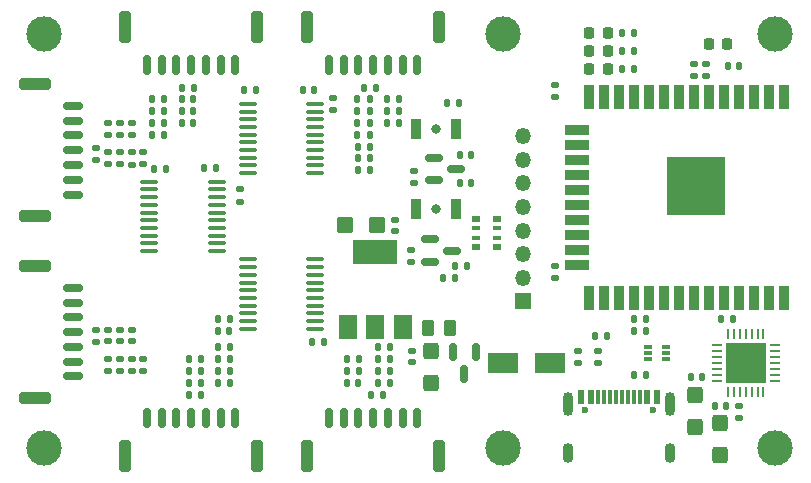
<source format=gts>
G04 #@! TF.GenerationSoftware,KiCad,Pcbnew,(6.0.6)*
G04 #@! TF.CreationDate,2022-07-05T19:51:37+02:00*
G04 #@! TF.ProjectId,esp32-spi-hub,65737033-322d-4737-9069-2d6875622e6b,rev?*
G04 #@! TF.SameCoordinates,Original*
G04 #@! TF.FileFunction,Soldermask,Top*
G04 #@! TF.FilePolarity,Negative*
%FSLAX46Y46*%
G04 Gerber Fmt 4.6, Leading zero omitted, Abs format (unit mm)*
G04 Created by KiCad (PCBNEW (6.0.6)) date 2022-07-05 19:51:37*
%MOMM*%
%LPD*%
G01*
G04 APERTURE LIST*
G04 Aperture macros list*
%AMRoundRect*
0 Rectangle with rounded corners*
0 $1 Rounding radius*
0 $2 $3 $4 $5 $6 $7 $8 $9 X,Y pos of 4 corners*
0 Add a 4 corners polygon primitive as box body*
4,1,4,$2,$3,$4,$5,$6,$7,$8,$9,$2,$3,0*
0 Add four circle primitives for the rounded corners*
1,1,$1+$1,$2,$3*
1,1,$1+$1,$4,$5*
1,1,$1+$1,$6,$7*
1,1,$1+$1,$8,$9*
0 Add four rect primitives between the rounded corners*
20,1,$1+$1,$2,$3,$4,$5,0*
20,1,$1+$1,$4,$5,$6,$7,0*
20,1,$1+$1,$6,$7,$8,$9,0*
20,1,$1+$1,$8,$9,$2,$3,0*%
G04 Aperture macros list end*
%ADD10RoundRect,0.140000X0.140000X0.170000X-0.140000X0.170000X-0.140000X-0.170000X0.140000X-0.170000X0*%
%ADD11RoundRect,0.140000X-0.140000X-0.170000X0.140000X-0.170000X0.140000X0.170000X-0.140000X0.170000X0*%
%ADD12RoundRect,0.135000X-0.135000X-0.185000X0.135000X-0.185000X0.135000X0.185000X-0.135000X0.185000X0*%
%ADD13RoundRect,0.140000X-0.170000X0.140000X-0.170000X-0.140000X0.170000X-0.140000X0.170000X0.140000X0*%
%ADD14C,3.000000*%
%ADD15RoundRect,0.140000X0.170000X-0.140000X0.170000X0.140000X-0.170000X0.140000X-0.170000X-0.140000X0*%
%ADD16RoundRect,0.135000X0.185000X-0.135000X0.185000X0.135000X-0.185000X0.135000X-0.185000X-0.135000X0*%
%ADD17RoundRect,0.218750X0.218750X0.256250X-0.218750X0.256250X-0.218750X-0.256250X0.218750X-0.256250X0*%
%ADD18RoundRect,0.135000X-0.185000X0.135000X-0.185000X-0.135000X0.185000X-0.135000X0.185000X0.135000X0*%
%ADD19RoundRect,0.062500X-0.337500X-0.062500X0.337500X-0.062500X0.337500X0.062500X-0.337500X0.062500X0*%
%ADD20RoundRect,0.062500X-0.062500X-0.337500X0.062500X-0.337500X0.062500X0.337500X-0.062500X0.337500X0*%
%ADD21R,3.350000X3.350000*%
%ADD22RoundRect,0.135000X0.135000X0.185000X-0.135000X0.185000X-0.135000X-0.185000X0.135000X-0.185000X0*%
%ADD23R,0.700000X0.340000*%
%ADD24C,0.600000*%
%ADD25R,0.600000X1.160000*%
%ADD26R,0.300000X1.160000*%
%ADD27O,0.900000X2.000000*%
%ADD28O,0.900000X1.700000*%
%ADD29RoundRect,0.225000X0.225000X0.250000X-0.225000X0.250000X-0.225000X-0.250000X0.225000X-0.250000X0*%
%ADD30C,0.800000*%
%ADD31R,0.900000X1.700000*%
%ADD32RoundRect,0.150000X0.150000X0.700000X-0.150000X0.700000X-0.150000X-0.700000X0.150000X-0.700000X0*%
%ADD33RoundRect,0.250000X0.250000X1.100000X-0.250000X1.100000X-0.250000X-1.100000X0.250000X-1.100000X0*%
%ADD34RoundRect,0.250000X0.450000X0.425000X-0.450000X0.425000X-0.450000X-0.425000X0.450000X-0.425000X0*%
%ADD35RoundRect,0.150000X-0.150000X-0.700000X0.150000X-0.700000X0.150000X0.700000X-0.150000X0.700000X0*%
%ADD36RoundRect,0.250000X-0.250000X-1.100000X0.250000X-1.100000X0.250000X1.100000X-0.250000X1.100000X0*%
%ADD37R,0.800000X0.500000*%
%ADD38R,0.800000X0.400000*%
%ADD39RoundRect,0.250000X0.262500X0.450000X-0.262500X0.450000X-0.262500X-0.450000X0.262500X-0.450000X0*%
%ADD40R,0.900000X2.000000*%
%ADD41R,2.000000X0.900000*%
%ADD42R,5.000000X5.000000*%
%ADD43RoundRect,0.150000X-0.150000X0.587500X-0.150000X-0.587500X0.150000X-0.587500X0.150000X0.587500X0*%
%ADD44RoundRect,0.150000X-0.700000X0.150000X-0.700000X-0.150000X0.700000X-0.150000X0.700000X0.150000X0*%
%ADD45RoundRect,0.250000X-1.100000X0.250000X-1.100000X-0.250000X1.100000X-0.250000X1.100000X0.250000X0*%
%ADD46RoundRect,0.250000X-0.425000X0.450000X-0.425000X-0.450000X0.425000X-0.450000X0.425000X0.450000X0*%
%ADD47R,2.500000X1.800000*%
%ADD48RoundRect,0.150000X-0.587500X-0.150000X0.587500X-0.150000X0.587500X0.150000X-0.587500X0.150000X0*%
%ADD49RoundRect,0.100000X-0.637500X-0.100000X0.637500X-0.100000X0.637500X0.100000X-0.637500X0.100000X0*%
%ADD50R,1.500000X2.000000*%
%ADD51R,3.800000X2.000000*%
%ADD52RoundRect,0.100000X0.637500X0.100000X-0.637500X0.100000X-0.637500X-0.100000X0.637500X-0.100000X0*%
%ADD53R,1.350000X1.350000*%
%ADD54O,1.350000X1.350000*%
G04 APERTURE END LIST*
D10*
G04 #@! TO.C,C10*
X182420000Y-141240000D03*
X181460000Y-141240000D03*
G04 #@! TD*
D11*
G04 #@! TO.C,C34*
X136320000Y-116300000D03*
X137280000Y-116300000D03*
G04 #@! TD*
D12*
G04 #@! TO.C,R28*
X139352500Y-133875000D03*
X140372500Y-133875000D03*
G04 #@! TD*
D13*
G04 #@! TO.C,C1*
X155800000Y-136570000D03*
X155800000Y-137530000D03*
G04 #@! TD*
D14*
G04 #@! TO.C,H6*
X124600000Y-144800000D03*
G04 #@! TD*
D15*
G04 #@! TO.C,C28*
X132050000Y-135780000D03*
X132050000Y-134820000D03*
G04 #@! TD*
D16*
G04 #@! TO.C,R44*
X132050000Y-138310000D03*
X132050000Y-137290000D03*
G04 #@! TD*
G04 #@! TO.C,R40*
X141200000Y-123945000D03*
X141200000Y-122925000D03*
G04 #@! TD*
D15*
G04 #@! TO.C,C26*
X130050000Y-135780000D03*
X130050000Y-134820000D03*
G04 #@! TD*
D16*
G04 #@! TO.C,R1*
X183440000Y-142250000D03*
X183440000Y-141230000D03*
G04 #@! TD*
D14*
G04 #@! TO.C,H3*
X186500000Y-109800000D03*
G04 #@! TD*
D10*
G04 #@! TO.C,C15*
X140342500Y-134875000D03*
X139382500Y-134875000D03*
G04 #@! TD*
D12*
G04 #@! TO.C,R48*
X151180000Y-116300000D03*
X152200000Y-116300000D03*
G04 #@! TD*
D17*
G04 #@! TO.C,D2*
X172387500Y-112700000D03*
X170812500Y-112700000D03*
G04 #@! TD*
D11*
G04 #@! TO.C,C33*
X136320000Y-115300000D03*
X137280000Y-115300000D03*
G04 #@! TD*
D14*
G04 #@! TO.C,H1*
X124600000Y-109800000D03*
G04 #@! TD*
D12*
G04 #@! TO.C,R55*
X133790000Y-116300000D03*
X134810000Y-116300000D03*
G04 #@! TD*
D18*
G04 #@! TO.C,R34*
X129050000Y-119390000D03*
X129050000Y-120410000D03*
G04 #@! TD*
D16*
G04 #@! TO.C,R36*
X131050000Y-120800000D03*
X131050000Y-119780000D03*
G04 #@! TD*
D18*
G04 #@! TO.C,R7*
X167935000Y-129390000D03*
X167935000Y-130410000D03*
G04 #@! TD*
G04 #@! TO.C,R52*
X149100000Y-115190000D03*
X149100000Y-116210000D03*
G04 #@! TD*
D12*
G04 #@! TO.C,R18*
X173590000Y-112700000D03*
X174610000Y-112700000D03*
G04 #@! TD*
D19*
G04 #@! TO.C,U2*
X181600000Y-136100000D03*
X181600000Y-136600000D03*
X181600000Y-137100000D03*
X181600000Y-137600000D03*
X181600000Y-138100000D03*
X181600000Y-138600000D03*
X181600000Y-139100000D03*
D20*
X182550000Y-140050000D03*
X183050000Y-140050000D03*
X183550000Y-140050000D03*
X184050000Y-140050000D03*
X184550000Y-140050000D03*
X185050000Y-140050000D03*
X185550000Y-140050000D03*
D19*
X186500000Y-139100000D03*
X186500000Y-138600000D03*
X186500000Y-138100000D03*
X186500000Y-137600000D03*
X186500000Y-137100000D03*
X186500000Y-136600000D03*
X186500000Y-136100000D03*
D20*
X185550000Y-135150000D03*
X185050000Y-135150000D03*
X184550000Y-135150000D03*
X184050000Y-135150000D03*
X183550000Y-135150000D03*
X183050000Y-135150000D03*
X182550000Y-135150000D03*
D21*
X184050000Y-137600000D03*
G04 #@! TD*
D16*
G04 #@! TO.C,R15*
X171510000Y-137600000D03*
X171510000Y-136580000D03*
G04 #@! TD*
D22*
G04 #@! TO.C,R33*
X153910000Y-136300000D03*
X152890000Y-136300000D03*
G04 #@! TD*
D11*
G04 #@! TO.C,C13*
X159820000Y-120000000D03*
X160780000Y-120000000D03*
G04 #@! TD*
D12*
G04 #@! TO.C,R49*
X151180000Y-117300000D03*
X152200000Y-117300000D03*
G04 #@! TD*
D23*
G04 #@! TO.C,U4*
X177300000Y-137300000D03*
X177300000Y-136800000D03*
X177300000Y-136300000D03*
X175800000Y-136300000D03*
X175800000Y-136800000D03*
X175800000Y-137300000D03*
G04 #@! TD*
D15*
G04 #@! TO.C,C9*
X179700000Y-113290000D03*
X179700000Y-112330000D03*
G04 #@! TD*
D22*
G04 #@! TO.C,R26*
X140410000Y-136300000D03*
X139390000Y-136300000D03*
G04 #@! TD*
D24*
G04 #@! TO.C,P1*
X170420000Y-141560000D03*
X176200000Y-141560000D03*
D25*
X170110000Y-140500000D03*
X170910000Y-140500000D03*
D26*
X172060000Y-140500000D03*
X173060000Y-140500000D03*
X173560000Y-140500000D03*
X174560000Y-140500000D03*
D25*
X175710000Y-140500000D03*
X176510000Y-140500000D03*
X176510000Y-140500000D03*
X175710000Y-140500000D03*
D26*
X175060000Y-140500000D03*
X174060000Y-140500000D03*
X172560000Y-140500000D03*
X171560000Y-140500000D03*
D25*
X170910000Y-140500000D03*
X170110000Y-140500000D03*
D27*
X177630000Y-141080000D03*
D28*
X177630000Y-145250000D03*
D27*
X168990000Y-141080000D03*
D28*
X168990000Y-145250000D03*
G04 #@! TD*
D22*
G04 #@! TO.C,R29*
X148310000Y-135800000D03*
X147290000Y-135800000D03*
G04 #@! TD*
D15*
G04 #@! TO.C,C12*
X169810000Y-137580000D03*
X169810000Y-136620000D03*
G04 #@! TD*
D16*
G04 #@! TO.C,R35*
X130050000Y-120800000D03*
X130050000Y-119780000D03*
G04 #@! TD*
D29*
G04 #@! TO.C,C6*
X182475000Y-110600000D03*
X180925000Y-110600000D03*
G04 #@! TD*
D30*
G04 #@! TO.C,SW2*
X157800000Y-124600000D03*
D31*
X156100000Y-124600000D03*
X159500000Y-124600000D03*
G04 #@! TD*
D16*
G04 #@! TO.C,R45*
X133050000Y-138310000D03*
X133050000Y-137290000D03*
G04 #@! TD*
D18*
G04 #@! TO.C,R3*
X180700000Y-112280000D03*
X180700000Y-113300000D03*
G04 #@! TD*
D32*
G04 #@! TO.C,J7*
X140850000Y-112350000D03*
X139600000Y-112350000D03*
X138350000Y-112350000D03*
X137100000Y-112350000D03*
X135850000Y-112350000D03*
X134600000Y-112350000D03*
X133350000Y-112350000D03*
D33*
X142700000Y-109150000D03*
X131500000Y-109150000D03*
G04 #@! TD*
D34*
G04 #@! TO.C,C4*
X152840000Y-125900000D03*
X150140000Y-125900000D03*
G04 #@! TD*
D16*
G04 #@! TO.C,R8*
X167900000Y-115100000D03*
X167900000Y-114080000D03*
G04 #@! TD*
D22*
G04 #@! TO.C,R10*
X152210000Y-120300000D03*
X151190000Y-120300000D03*
G04 #@! TD*
D35*
G04 #@! TO.C,J2*
X133350000Y-142250000D03*
X134600000Y-142250000D03*
X135850000Y-142250000D03*
X137100000Y-142250000D03*
X138350000Y-142250000D03*
X139600000Y-142250000D03*
X140850000Y-142250000D03*
D36*
X142700000Y-145450000D03*
X131500000Y-145450000D03*
G04 #@! TD*
D16*
G04 #@! TO.C,R43*
X131050000Y-138310000D03*
X131050000Y-137290000D03*
G04 #@! TD*
D18*
G04 #@! TO.C,R5*
X155740000Y-128030000D03*
X155740000Y-129050000D03*
G04 #@! TD*
D10*
G04 #@! TO.C,C21*
X151270000Y-137300000D03*
X150310000Y-137300000D03*
G04 #@! TD*
D12*
G04 #@! TO.C,R57*
X133790000Y-118300000D03*
X134810000Y-118300000D03*
G04 #@! TD*
D15*
G04 #@! TO.C,C23*
X130050000Y-118270000D03*
X130050000Y-117310000D03*
G04 #@! TD*
D22*
G04 #@! TO.C,R30*
X153910000Y-139300000D03*
X152890000Y-139300000D03*
G04 #@! TD*
D32*
G04 #@! TO.C,J6*
X156250000Y-112350000D03*
X155000000Y-112350000D03*
X153750000Y-112350000D03*
X152500000Y-112350000D03*
X151250000Y-112350000D03*
X150000000Y-112350000D03*
X148750000Y-112350000D03*
D33*
X146900000Y-109150000D03*
X158100000Y-109150000D03*
G04 #@! TD*
D30*
G04 #@! TO.C,SW1*
X157800000Y-117800000D03*
D31*
X156100000Y-117800000D03*
X159500000Y-117800000D03*
G04 #@! TD*
D11*
G04 #@! TO.C,C32*
X153700000Y-117300000D03*
X154660000Y-117300000D03*
G04 #@! TD*
D22*
G04 #@! TO.C,R21*
X160450000Y-129400000D03*
X159430000Y-129400000D03*
G04 #@! TD*
G04 #@! TO.C,R32*
X153910000Y-137300000D03*
X152890000Y-137300000D03*
G04 #@! TD*
D37*
G04 #@! TO.C,RN1*
X163000000Y-127800000D03*
D38*
X163000000Y-127000000D03*
X163000000Y-126200000D03*
D37*
X163000000Y-125400000D03*
X161200000Y-125400000D03*
D38*
X161200000Y-126200000D03*
X161200000Y-127000000D03*
D37*
X161200000Y-127800000D03*
G04 #@! TD*
D22*
G04 #@! TO.C,R51*
X137310000Y-114300000D03*
X136290000Y-114300000D03*
G04 #@! TD*
D39*
G04 #@! TO.C,FB1*
X159000000Y-134650000D03*
X157175000Y-134650000D03*
G04 #@! TD*
D16*
G04 #@! TO.C,R4*
X156000000Y-122410000D03*
X156000000Y-121390000D03*
G04 #@! TD*
D40*
G04 #@! TO.C,U3*
X187300000Y-115100000D03*
X186030000Y-115100000D03*
X184760000Y-115100000D03*
X183490000Y-115100000D03*
X182220000Y-115100000D03*
X180950000Y-115100000D03*
X179680000Y-115100000D03*
X178410000Y-115100000D03*
X177140000Y-115100000D03*
X175870000Y-115100000D03*
X174600000Y-115100000D03*
X173330000Y-115100000D03*
X172060000Y-115100000D03*
X170790000Y-115100000D03*
D41*
X169790000Y-117885000D03*
X169790000Y-119155000D03*
X169790000Y-120425000D03*
X169790000Y-121695000D03*
X169790000Y-122965000D03*
X169790000Y-124235000D03*
X169790000Y-125505000D03*
X169790000Y-126775000D03*
X169790000Y-128045000D03*
X169790000Y-129315000D03*
D40*
X170790000Y-132100000D03*
X172060000Y-132100000D03*
X173330000Y-132100000D03*
X174600000Y-132100000D03*
X175870000Y-132100000D03*
X177140000Y-132100000D03*
X178410000Y-132100000D03*
X179680000Y-132100000D03*
X180950000Y-132100000D03*
X182220000Y-132100000D03*
X183490000Y-132100000D03*
X184760000Y-132100000D03*
X186030000Y-132100000D03*
X187300000Y-132100000D03*
D42*
X179800000Y-122600000D03*
G04 #@! TD*
D12*
G04 #@! TO.C,R50*
X151180000Y-118300000D03*
X152200000Y-118300000D03*
G04 #@! TD*
D22*
G04 #@! TO.C,R16*
X175600000Y-138600000D03*
X174580000Y-138600000D03*
G04 #@! TD*
D10*
G04 #@! TO.C,C7*
X180340000Y-138790000D03*
X179380000Y-138790000D03*
G04 #@! TD*
D43*
G04 #@! TO.C,Q1*
X161190000Y-136662500D03*
X159290000Y-136662500D03*
X160240000Y-138537500D03*
G04 #@! TD*
D16*
G04 #@! TO.C,R38*
X133050000Y-120800000D03*
X133050000Y-119780000D03*
G04 #@! TD*
D10*
G04 #@! TO.C,C17*
X137900000Y-138300000D03*
X136940000Y-138300000D03*
G04 #@! TD*
D14*
G04 #@! TO.C,H4*
X186500000Y-144800000D03*
G04 #@! TD*
D10*
G04 #@! TO.C,C19*
X151250000Y-139300000D03*
X150290000Y-139300000D03*
G04 #@! TD*
D15*
G04 #@! TO.C,C27*
X131050000Y-135780000D03*
X131050000Y-134820000D03*
G04 #@! TD*
D11*
G04 #@! TO.C,C30*
X153700000Y-115300000D03*
X154660000Y-115300000D03*
G04 #@! TD*
D13*
G04 #@! TO.C,C3*
X154390000Y-125470000D03*
X154390000Y-126430000D03*
G04 #@! TD*
D16*
G04 #@! TO.C,R37*
X132050000Y-120810000D03*
X132050000Y-119790000D03*
G04 #@! TD*
D44*
G04 #@! TO.C,J4*
X127100000Y-115850000D03*
X127100000Y-117100000D03*
X127100000Y-118350000D03*
X127100000Y-119600000D03*
X127100000Y-120850000D03*
X127100000Y-122100000D03*
X127100000Y-123350000D03*
D45*
X123900000Y-125200000D03*
X123900000Y-114000000D03*
G04 #@! TD*
D12*
G04 #@! TO.C,R47*
X151180000Y-115300000D03*
X152200000Y-115300000D03*
G04 #@! TD*
D46*
G04 #@! TO.C,C8*
X179740000Y-140340000D03*
X179740000Y-143040000D03*
G04 #@! TD*
D12*
G04 #@! TO.C,R54*
X133790000Y-115300000D03*
X134810000Y-115300000D03*
G04 #@! TD*
G04 #@! TO.C,R20*
X173590000Y-109700000D03*
X174610000Y-109700000D03*
G04 #@! TD*
D10*
G04 #@! TO.C,C20*
X151270000Y-138300000D03*
X150310000Y-138300000D03*
G04 #@! TD*
D46*
G04 #@! TO.C,C2*
X157440000Y-136600000D03*
X157440000Y-139300000D03*
G04 #@! TD*
D10*
G04 #@! TO.C,C22*
X139180000Y-121100000D03*
X138220000Y-121100000D03*
G04 #@! TD*
D44*
G04 #@! TO.C,J5*
X127100000Y-131250000D03*
X127100000Y-132500000D03*
X127100000Y-133750000D03*
X127100000Y-135000000D03*
X127100000Y-136250000D03*
X127100000Y-137500000D03*
X127100000Y-138750000D03*
D45*
X123900000Y-140600000D03*
X123900000Y-129400000D03*
G04 #@! TD*
D15*
G04 #@! TO.C,C25*
X132050000Y-118290000D03*
X132050000Y-117330000D03*
G04 #@! TD*
G04 #@! TO.C,C24*
X131050000Y-118270000D03*
X131050000Y-117310000D03*
G04 #@! TD*
D14*
G04 #@! TO.C,H2*
X163500000Y-109800000D03*
G04 #@! TD*
D35*
G04 #@! TO.C,J3*
X148750000Y-142250000D03*
X150000000Y-142250000D03*
X151250000Y-142250000D03*
X152500000Y-142250000D03*
X153750000Y-142250000D03*
X155000000Y-142250000D03*
X156250000Y-142250000D03*
D36*
X146900000Y-145450000D03*
X158100000Y-145450000D03*
G04 #@! TD*
D11*
G04 #@! TO.C,C14*
X159820000Y-122400000D03*
X160780000Y-122400000D03*
G04 #@! TD*
D22*
G04 #@! TO.C,R14*
X172310000Y-135300000D03*
X171290000Y-135300000D03*
G04 #@! TD*
D12*
G04 #@! TO.C,R56*
X133790000Y-117300000D03*
X134810000Y-117300000D03*
G04 #@! TD*
D17*
G04 #@! TO.C,D3*
X172387500Y-111200000D03*
X170812500Y-111200000D03*
G04 #@! TD*
D22*
G04 #@! TO.C,R17*
X159810000Y-115600000D03*
X158790000Y-115600000D03*
G04 #@! TD*
D47*
G04 #@! TO.C,D1*
X163510000Y-137610000D03*
X167510000Y-137610000D03*
G04 #@! TD*
D48*
G04 #@! TO.C,Q2*
X157625000Y-120250000D03*
X157625000Y-122150000D03*
X159500000Y-121200000D03*
G04 #@! TD*
D49*
G04 #@! TO.C,U6*
X133537500Y-122275000D03*
X133537500Y-122925000D03*
X133537500Y-123575000D03*
X133537500Y-124225000D03*
X133537500Y-124875000D03*
X133537500Y-125525000D03*
X133537500Y-126175000D03*
X133537500Y-126825000D03*
X133537500Y-127475000D03*
X133537500Y-128125000D03*
X139262500Y-128125000D03*
X139262500Y-127475000D03*
X139262500Y-126825000D03*
X139262500Y-126175000D03*
X139262500Y-125525000D03*
X139262500Y-124875000D03*
X139262500Y-124225000D03*
X139262500Y-123575000D03*
X139262500Y-122925000D03*
X139262500Y-122275000D03*
G04 #@! TD*
D22*
G04 #@! TO.C,R12*
X175645000Y-133900000D03*
X174625000Y-133900000D03*
G04 #@! TD*
G04 #@! TO.C,R11*
X152210000Y-119300000D03*
X151190000Y-119300000D03*
G04 #@! TD*
D12*
G04 #@! TO.C,R19*
X173590000Y-111200000D03*
X174610000Y-111200000D03*
G04 #@! TD*
D11*
G04 #@! TO.C,C35*
X136320000Y-117300000D03*
X137280000Y-117300000D03*
G04 #@! TD*
D10*
G04 #@! TO.C,C29*
X147500000Y-114500000D03*
X146540000Y-114500000D03*
G04 #@! TD*
D22*
G04 #@! TO.C,R2*
X182945000Y-133900000D03*
X181925000Y-133900000D03*
G04 #@! TD*
D11*
G04 #@! TO.C,C31*
X153700000Y-116300000D03*
X154660000Y-116300000D03*
G04 #@! TD*
D16*
G04 #@! TO.C,R42*
X130050000Y-138310000D03*
X130050000Y-137290000D03*
G04 #@! TD*
D22*
G04 #@! TO.C,R25*
X140410000Y-137300000D03*
X139390000Y-137300000D03*
G04 #@! TD*
D50*
G04 #@! TO.C,U1*
X150400000Y-134550000D03*
X152700000Y-134550000D03*
D51*
X152700000Y-128250000D03*
D50*
X155000000Y-134550000D03*
G04 #@! TD*
D10*
G04 #@! TO.C,C16*
X137900000Y-139300000D03*
X136940000Y-139300000D03*
G04 #@! TD*
D22*
G04 #@! TO.C,R23*
X140410000Y-139300000D03*
X139390000Y-139300000D03*
G04 #@! TD*
G04 #@! TO.C,R46*
X152730000Y-114300000D03*
X151710000Y-114300000D03*
G04 #@! TD*
D10*
G04 #@! TO.C,C18*
X137900000Y-137300000D03*
X136940000Y-137300000D03*
G04 #@! TD*
D48*
G04 #@! TO.C,Q3*
X157302500Y-127150000D03*
X157302500Y-129050000D03*
X159177500Y-128100000D03*
G04 #@! TD*
D17*
G04 #@! TO.C,D4*
X172387500Y-109700000D03*
X170812500Y-109700000D03*
G04 #@! TD*
D12*
G04 #@! TO.C,R22*
X136910000Y-140300000D03*
X137930000Y-140300000D03*
G04 #@! TD*
D14*
G04 #@! TO.C,H5*
X163500000Y-144800000D03*
G04 #@! TD*
D22*
G04 #@! TO.C,R31*
X153910000Y-138300000D03*
X152890000Y-138300000D03*
G04 #@! TD*
D12*
G04 #@! TO.C,R6*
X158390000Y-130400000D03*
X159410000Y-130400000D03*
G04 #@! TD*
D46*
G04 #@! TO.C,C11*
X181840000Y-142690000D03*
X181840000Y-145390000D03*
G04 #@! TD*
D52*
G04 #@! TO.C,U5*
X147625000Y-134700000D03*
X147625000Y-134050000D03*
X147625000Y-133400000D03*
X147625000Y-132750000D03*
X147625000Y-132100000D03*
X147625000Y-131450000D03*
X147625000Y-130800000D03*
X147625000Y-130150000D03*
X147625000Y-129500000D03*
X147625000Y-128850000D03*
X141900000Y-128850000D03*
X141900000Y-129500000D03*
X141900000Y-130150000D03*
X141900000Y-130800000D03*
X141900000Y-131450000D03*
X141900000Y-132100000D03*
X141900000Y-132750000D03*
X141900000Y-133400000D03*
X141900000Y-134050000D03*
X141900000Y-134700000D03*
G04 #@! TD*
D22*
G04 #@! TO.C,R13*
X175645000Y-134900000D03*
X174625000Y-134900000D03*
G04 #@! TD*
D18*
G04 #@! TO.C,R39*
X129050000Y-134790000D03*
X129050000Y-135810000D03*
G04 #@! TD*
D22*
G04 #@! TO.C,R41*
X135010000Y-121200000D03*
X133990000Y-121200000D03*
G04 #@! TD*
D12*
G04 #@! TO.C,R27*
X152290000Y-140300000D03*
X153310000Y-140300000D03*
G04 #@! TD*
D53*
G04 #@! TO.C,J1*
X165200000Y-132400000D03*
D54*
X165200000Y-130400000D03*
X165200000Y-128400000D03*
X165200000Y-126400000D03*
X165200000Y-124400000D03*
X165200000Y-122400000D03*
X165200000Y-120400000D03*
X165200000Y-118400000D03*
G04 #@! TD*
D22*
G04 #@! TO.C,R24*
X140410000Y-138300000D03*
X139390000Y-138300000D03*
G04 #@! TD*
D10*
G04 #@! TO.C,C5*
X183480000Y-112500000D03*
X182520000Y-112500000D03*
G04 #@! TD*
D22*
G04 #@! TO.C,R9*
X152210000Y-121300000D03*
X151190000Y-121300000D03*
G04 #@! TD*
D49*
G04 #@! TO.C,U7*
X141900000Y-115675000D03*
X141900000Y-116325000D03*
X141900000Y-116975000D03*
X141900000Y-117625000D03*
X141900000Y-118275000D03*
X141900000Y-118925000D03*
X141900000Y-119575000D03*
X141900000Y-120225000D03*
X141900000Y-120875000D03*
X141900000Y-121525000D03*
X147625000Y-121525000D03*
X147625000Y-120875000D03*
X147625000Y-120225000D03*
X147625000Y-119575000D03*
X147625000Y-118925000D03*
X147625000Y-118275000D03*
X147625000Y-117625000D03*
X147625000Y-116975000D03*
X147625000Y-116325000D03*
X147625000Y-115675000D03*
G04 #@! TD*
D22*
G04 #@! TO.C,R53*
X142610000Y-114500000D03*
X141590000Y-114500000D03*
G04 #@! TD*
M02*

</source>
